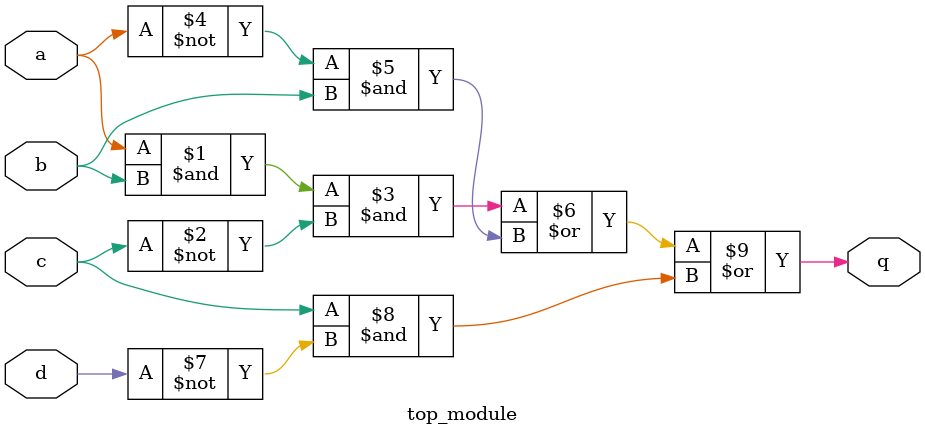
<source format=sv>
module top_module (
    input wire a,
    input wire b,
    input wire c,
    input wire d,
    output wire q
);

    assign q = (a & b & ~c) | (~a & b) | (c & ~d);

endmodule

</source>
